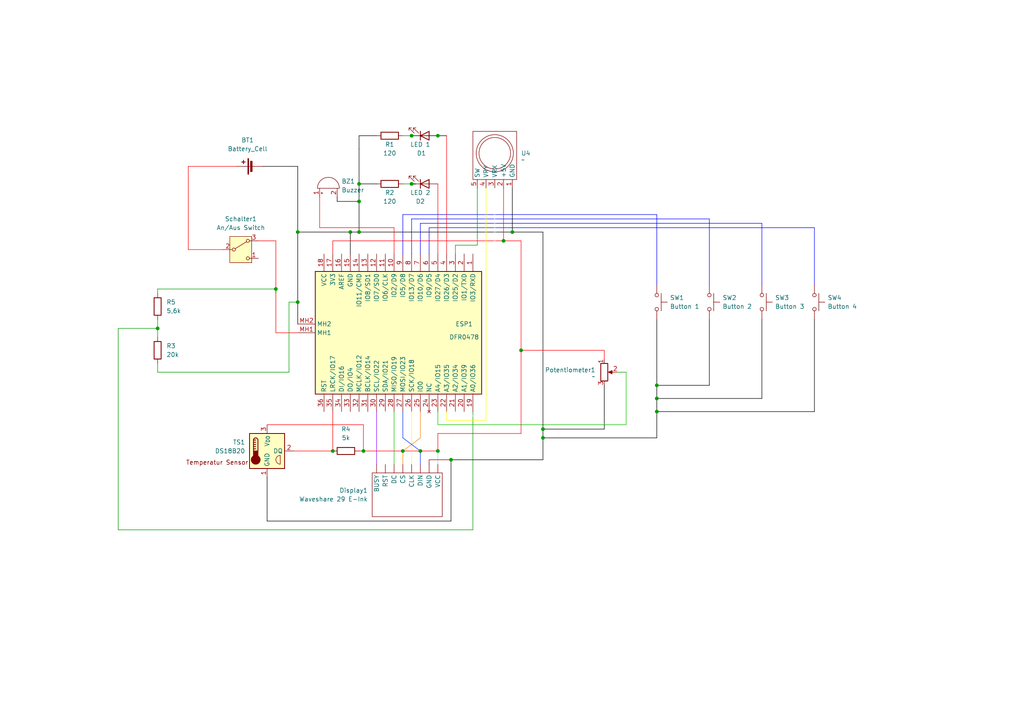
<source format=kicad_sch>
(kicad_sch (version 20231120) (generator "eeschema") (generator_version "8.0")
  (paper "A4")
  (lib_symbols
    (symbol "Custom_Components:Joystick"
      (property "Reference" "U" (at 0 2.54 0))
      (symbol "Joystick_0_1"
        (rectangle (start 0 0) (end 13.97 -12.7))
        (circle (center 7.62 -6.35) (radius 4.5791))
        (circle (center 7.62 -6.35) (radius 5.3882))
      )
      (symbol "Joystick_1_1"
        (pin bidirectional line (at -2.54 -1.27 0) (length 2.54) (name "GND") (number "1"))
        (pin power_in line (at -2.54 -3.81 0) (length 2.54) (name "+5V") (number "2"))
        (pin output line (at -2.54 -6.35 0) (length 2.54) (name "VRX") (number "3"))
        (pin output line (at -2.54 -8.89 0) (length 2.54) (name "VRY") (number "4"))
        (pin output line (at -2.54 -11.43 0) (length 2.54) (name "SW") (number "5"))
      )
    )
    (symbol "Device:Battery_Cell" (pin_numbers hide) (pin_names (offset 0) hide)
      (property "Reference" "BT" (at 2.54 2.54 0))
      (property "Value" "Battery_Cell" (at 2.54 0 0))
      (symbol "Battery_Cell_0_1"
        (rectangle (start -2.286 1.778) (end 2.286 1.524) (fill (type outline)))
        (rectangle (start -1.524 1.016) (end 1.524 0.508) (fill (type outline)))
        (polyline (pts (xy 0 0.762) (xy 0 0)))
        (polyline (pts (xy 0 1.778) (xy 0 2.54)))
        (polyline (pts (xy 0.762 3.048) (xy 1.778 3.048)) (stroke (width 0.254)))
        (polyline (pts (xy 1.27 3.556) (xy 1.27 2.54)) (stroke (width 0.254)))
      )
      (symbol "Battery_Cell_1_1"
        (pin passive line (at 0 5.08 270) (length 2.54) (name "+") (number "1"))
        (pin passive line (at 0 -2.54 90) (length 2.54) (name "-") (number "2"))
      )
    )
    (symbol "Device:Buzzer" (pin_names (offset 0.0254) hide)
      (property "Reference" "BZ" (at 3.81 1.27 0))
      (property "Value" "Buzzer" (at 3.81 -1.27 0))
      (symbol "Buzzer_0_1"
        (arc (start 0 -3.175) (mid 3.1612 0) (end 0 3.175))
        (polyline (pts (xy -1.651 1.905) (xy -1.143 1.905)))
        (polyline (pts (xy -1.397 2.159) (xy -1.397 1.651)))
        (polyline (pts (xy 0 3.175) (xy 0 -3.175)))
      )
      (symbol "Buzzer_1_1"
        (pin passive line (at -2.54 2.54 0) (length 2.54) (name "+") (number "1"))
        (pin passive line (at -2.54 -2.54 0) (length 2.54) (name "-") (number "2"))
      )
    )
    (symbol "Device:LED" (pin_numbers hide) (pin_names (offset 1.016) hide)
      (property "Reference" "D" (at 0 2.54 0))
      (property "Value" "LED" (at 0 -2.54 0))
      (symbol "LED_0_1"
        (polyline (pts (xy -1.27 -1.27) (xy -1.27 1.27)) (stroke (width 0.254)))
        (polyline (pts (xy -1.27 0) (xy 1.27 0)))
        (polyline (pts (xy 1.27 -1.27) (xy 1.27 1.27) (xy -1.27 0) (xy 1.27 -1.27)) (stroke (width 0.254)))
        (polyline (pts (xy -3.048 -0.762) (xy -4.572 -2.286) (xy -3.81 -2.286) (xy -4.572 -2.286) (xy -4.572 -1.524)))
        (polyline (pts (xy -1.778 -0.762) (xy -3.302 -2.286) (xy -2.54 -2.286) (xy -3.302 -2.286) (xy -3.302 -1.524)))
      )
      (symbol "LED_1_1"
        (pin passive line (at -3.81 0 0) (length 2.54) (name "K") (number "1"))
        (pin passive line (at 3.81 0 180) (length 2.54) (name "A") (number "2"))
      )
    )
    (symbol "Device:R" (pin_numbers hide) (pin_names (offset 0))
      (property "Reference" "R" (at 2.032 0 90))
      (property "Value" "R" (at 0 0 90))
      (symbol "R_0_1"
        (rectangle (start -1.016 -2.54) (end 1.016 2.54) (stroke (width 0.254)))
      )
      (symbol "R_1_1"
        (pin passive line (at 0 3.81 270) (length 1.27) (name "~") (number "1"))
        (pin passive line (at 0 -3.81 90) (length 1.27) (name "~") (number "2"))
      )
    )
    (symbol "Device:R_Potentiometer" (pin_names (offset 1.016) hide)
      (property "Reference" "RV" (at -4.445 0 90))
      (property "Value" "R_Potentiometer" (at -2.54 0 90))
      (symbol "R_Potentiometer_0_1"
        (polyline (pts (xy 2.54 0) (xy 1.524 0)))
        (polyline (pts (xy 1.143 0) (xy 2.286 0.508) (xy 2.286 -0.508) (xy 1.143 0)) (fill (type outline)))
        (rectangle (start 1.016 2.54) (end -1.016 -2.54) (stroke (width 0.254)))
      )
      (symbol "R_Potentiometer_1_1"
        (pin passive line (at 0 3.81 270) (length 1.27) (name "1") (number "1"))
        (pin passive line (at 3.81 0 180) (length 1.27) (name "2") (number "2"))
        (pin passive line (at 0 -3.81 90) (length 1.27) (name "3") (number "3"))
      )
    )
    (symbol "Firebeetle:DFR0478"
      (property "Reference" "U1" (at 59.69 6.3186 0))
      (property "Value" "DFR0478" (at 59.69 3.7786 0))
      (symbol "DFR0478_1_1"
        (rectangle (start 5.08 15.24) (end 53.34 -20.32) (stroke (width 0.254)) (fill (type background)))
        (pin passive line (at 50.8 20.32 270) (length 5.08) (name "IO3/RXD") (number "1"))
        (pin passive line (at 27.94 20.32 270) (length 5.08) (name "IO2/D9") (number "10"))
        (pin passive line (at 25.4 20.32 270) (length 5.08) (name "IO6/CLK") (number "11"))
        (pin passive line (at 22.86 20.32 270) (length 5.08) (name "IO7/SD0") (number "12"))
        (pin passive line (at 20.32 20.32 270) (length 5.08) (name "IO8/SD1") (number "13"))
        (pin passive line (at 17.78 20.32 270) (length 5.08) (name "IO11/CMD") (number "14"))
        (pin passive line (at 15.24 20.32 270) (length 5.08) (name "GND") (number "15"))
        (pin passive line (at 12.7 20.32 270) (length 5.08) (name "AREF") (number "16"))
        (pin passive line (at 10.16 20.32 270) (length 5.08) (name "3V3") (number "17"))
        (pin passive line (at 7.62 20.32 270) (length 5.08) (name "VCC") (number "18"))
        (pin passive line (at 50.8 -25.4 90) (length 5.08) (name "A0/IO36") (number "19"))
        (pin passive line (at 48.26 20.32 270) (length 5.08) (name "IO1/TXD") (number "2"))
        (pin passive line (at 48.26 -25.4 90) (length 5.08) (name "A1/IO39") (number "20"))
        (pin passive line (at 45.72 -25.4 90) (length 5.08) (name "A2/IO34") (number "21"))
        (pin passive line (at 43.18 -25.4 90) (length 5.08) (name "A3/IO35") (number "22"))
        (pin passive line (at 40.64 -25.4 90) (length 5.08) (name "A4/IO15") (number "23"))
        (pin no_connect line (at 38.1 -25.4 90) (length 5.08) (name "NC") (number "24"))
        (pin passive line (at 35.56 -25.4 90) (length 5.08) (name "IO0") (number "25"))
        (pin passive line (at 33.02 -25.4 90) (length 5.08) (name "SCK/IO18") (number "26"))
        (pin passive line (at 30.48 -25.4 90) (length 5.08) (name "MOSI/IO23") (number "27"))
        (pin passive line (at 27.94 -25.4 90) (length 5.08) (name "MISO/IO19") (number "28"))
        (pin passive line (at 25.4 -25.4 90) (length 5.08) (name "SDA/IO21") (number "29"))
        (pin passive line (at 45.72 20.32 270) (length 5.08) (name "IO25/D2") (number "3"))
        (pin passive line (at 22.86 -25.4 90) (length 5.08) (name "SCL/IO22") (number "30"))
        (pin passive line (at 20.32 -25.4 90) (length 5.08) (name "BCLK/IO14") (number "31"))
        (pin passive line (at 17.78 -25.4 90) (length 5.08) (name "MCLK/IO12") (number "32"))
        (pin passive line (at 15.24 -25.4 90) (length 5.08) (name "DO/IO4") (number "33"))
        (pin passive line (at 12.7 -25.4 90) (length 5.08) (name "DI/IO16") (number "34"))
        (pin passive line (at 10.16 -25.4 90) (length 5.08) (name "LRCK/IO17") (number "35"))
        (pin passive line (at 7.62 -25.4 90) (length 5.08) (name "RST") (number "36"))
        (pin passive line (at 43.18 20.32 270) (length 5.08) (name "IO26/D3") (number "4"))
        (pin passive line (at 40.64 20.32 270) (length 5.08) (name "IO27/D4") (number "5"))
        (pin passive line (at 38.1 20.32 270) (length 5.08) (name "IO9/D5") (number "6"))
        (pin passive line (at 35.56 20.32 270) (length 5.08) (name "IO10/D6") (number "7"))
        (pin passive line (at 33.02 20.32 270) (length 5.08) (name "IO13/D7") (number "8"))
        (pin passive line (at 30.48 20.32 270) (length 5.08) (name "IO5/D8") (number "9"))
        (pin passive line (at 0 -2.54 0) (length 5.08) (name "MH1") (number "MH1"))
        (pin passive line (at 0 0 0) (length 5.08) (name "MH2") (number "MH2"))
      )
    )
    (symbol "Sensor_Temperature:DS18B20"
      (property "Reference" "TS1" (at -6.35 2.54 0))
      (property "Value" "DS18B20" (at -6.35 0 0))
      (symbol "DS18B20_0_1"
        (rectangle (start -5.08 5.08) (end 5.08 -5.08) (stroke (width 0.254)) (fill (type background)))
        (circle (center -3.302 -2.54) (radius 1.27) (stroke (width 0.254)) (fill (type outline)))
        (rectangle (start -2.667 -1.905) (end -3.937 0) (stroke (width 0.254)) (fill (type outline)))
        (arc (start -2.667 3.175) (mid -3.302 3.8073) (end -3.937 3.175) (stroke (width 0.254)))
        (polyline (pts (xy -3.937 0.635) (xy -3.302 0.635)) (stroke (width 0.254)))
        (polyline (pts (xy -3.937 1.27) (xy -3.302 1.27)) (stroke (width 0.254)))
        (polyline (pts (xy -3.937 1.905) (xy -3.302 1.905)) (stroke (width 0.254)))
        (polyline (pts (xy -3.937 2.54) (xy -3.302 2.54)) (stroke (width 0.254)))
        (polyline (pts (xy -3.937 3.175) (xy -3.937 0)) (stroke (width 0.254)))
        (polyline (pts (xy -3.937 3.175) (xy -3.302 3.175)) (stroke (width 0.254)))
        (polyline (pts (xy -2.667 3.175) (xy -2.667 0)) (stroke (width 0.254)))
        (polyline (pts (xy 3.81 -1.27) (xy 3.81 -3.81)))
        (arc (start 2.54 -2.54) (mid 2.912 -3.438) (end 3.81 -3.81))
        (arc (start 3.81 -1.27) (mid 2.912 -1.642) (end 2.54 -2.54))
      )
      (symbol "DS18B20_1_1"
        (text "Temperatur Sensor\n" (at -14.478 -3.302 0) (effects (font (size 1.27 1.27))))
        (pin power_in line (at 0 -7.62 90) (length 2.54) (name "GND") (number "1"))
        (pin bidirectional line (at 7.62 0 180) (length 2.54) (name "DQ") (number "2"))
        (pin power_in line (at 0 7.62 270) (length 2.54) (name "V_{DD}") (number "3"))
      )
    )
    (symbol "Switch:SW_Nidec_CAS-120A1" (pin_names (offset 1) hide)
      (property "Reference" "SW" (at 0 4.318 0))
      (property "Value" "SW_Nidec_CAS-120A1" (at 0 -5.08 0))
      (symbol "SW_Nidec_CAS-120A1_0_1"
        (circle (center -2.032 0) (radius 0.4572))
        (polyline (pts (xy -1.651 0.254) (xy 1.651 2.286)))
        (circle (center 2.032 -2.54) (radius 0.4572))
        (circle (center 2.032 2.54) (radius 0.4572))
      )
      (symbol "SW_Nidec_CAS-120A1_1_1"
        (rectangle (start -3.175 3.81) (end 3.175 -3.81) (fill (type background)))
        (pin passive line (at 5.08 -2.54 180) (length 2.54) (name "C") (number "1"))
        (pin passive line (at -5.08 0 0) (length 2.54) (name "B") (number "2"))
        (pin passive line (at 5.08 2.54 180) (length 2.54) (name "A") (number "3"))
      )
    )
    (symbol "Switch:SW_Push" (pin_numbers hide) (pin_names (offset 1.016) hide)
      (property "Reference" "SW" (at 1.27 2.54 0))
      (property "Value" "SW_Push" (at 0 -1.524 0))
      (symbol "SW_Push_0_1"
        (circle (center -2.032 0) (radius 0.508))
        (polyline (pts (xy 0 1.27) (xy 0 3.048)))
        (polyline (pts (xy 2.54 1.27) (xy -2.54 1.27)))
        (circle (center 2.032 0) (radius 0.508))
        (pin passive line (at -5.08 0 0) (length 2.54) (name "1") (number "1"))
        (pin passive line (at 5.08 0 180) (length 2.54) (name "2") (number "2"))
      )
    )
    (symbol "waveshare_2.9_1"
      (property "Reference" "U3" (at -3.048 11.938 0))
      (property "Value" "~" (at 1.27 11.43 90))
      (symbol "waveshare_2.9_1_0_1"
        (rectangle (start -6.35 10.16) (end 6.35 -10.16))
      )
      (symbol "waveshare_2.9_1_1_1"
        (pin input line (at -8.89 8.89 0) (length 2.54) (name "BUSY") (number ""))
        (pin input line (at -8.89 -1.27 0) (length 2.54) (name "CLK") (number ""))
        (pin input line (at -8.89 1.27 0) (length 2.54) (name "CS") (number ""))
        (pin input line (at -8.89 3.81 0) (length 2.54) (name "DC") (number ""))
        (pin input line (at -8.89 -3.81 0) (length 2.54) (name "DIN") (number ""))
        (pin input line (at -8.89 -6.35 0) (length 2.54) (name "GND") (number ""))
        (pin input line (at -8.89 6.35 0) (length 2.54) (name "RST") (number ""))
        (pin input line (at -8.89 -8.89 0) (length 2.54) (name "VCC") (number ""))
      )
    )
  )
  (junction (at 127 39.37))
  (junction (at 190.5 111.76))
  (junction (at 157.48 127))
  (junction (at 104.14 67.31))
  (junction (at 116.84 130.81))
  (junction (at 121.92 130.81))
  (junction (at 101.6 67.31))
  (junction (at 105.41 130.81))
  (junction (at 151.13 101.6))
  (junction (at 86.36 87.63))
  (junction (at 86.36 67.31))
  (junction (at 190.5 115.57))
  (junction (at 104.14 58.42))
  (junction (at 45.72 95.25))
  (junction (at 157.48 124.46))
  (junction (at 119.38 39.37))
  (junction (at 104.14 53.34))
  (junction (at 127 130.81))
  (junction (at 190.5 119.38))
  (junction (at 119.38 53.34))
  (junction (at 146.05 69.85))
  (junction (at 148.59 67.31))
  (junction (at 96.52 130.81))
  (junction (at 80.01 83.82))
  (junction (at 130.81 133.35))
  (wire (pts (xy 127 39.37) (xy 129.54 39.37)) (stroke (width 0) (color 0 0 0 1)))
  (wire (pts (xy 127 53.34) (xy 127 73.66)) (stroke (width 0) (color 255 0 6 1)))
  (wire (pts (xy 121.92 130.81) (xy 116.84 127)) (stroke (width 0) (color 0 45 255 1)))
  (wire (pts (xy 105.41 130.81) (xy 105.41 123.19)) (stroke (width 0) (color 255 0 9 1)))
  (wire (pts (xy 116.84 130.81) (xy 121.92 127)) (stroke (width 0) (color 255 135 0 1)))
  (wire (pts (xy 236.22 92.71) (xy 236.22 119.38)) (stroke (width 0) (color 0 0 0 1)))
  (wire (pts (xy 127 125.73) (xy 151.13 125.73)) (stroke (width 0) (color 255 0 9 1)))
  (wire (pts (xy 121.92 130.81) (xy 127 130.81)) (stroke (width 0) (color 255 0 9 1)))
  (wire (pts (xy 190.5 62.23) (xy 190.5 82.55)) (stroke (width 0) (color 0 0 255 1)))
  (wire (pts (xy 80.01 85.09) (xy 80.01 83.82)))
  (wire (pts (xy 105.41 123.19) (xy 77.47 123.19)) (stroke (width 0) (color 255 0 9 1)))
  (wire (pts (xy 127 123.19) (xy 181.61 123.19)) (stroke (width 0) (color 19 191 0 1)))
  (wire (pts (xy 45.72 83.82) (xy 80.01 83.82)))
  (wire (pts (xy 45.72 107.95) (xy 83.82 107.95)))
  (wire (pts (xy 119.38 53.34) (xy 120.65 53.34)) (stroke (width 0) (color 0 0 0 1)))
  (wire (pts (xy 114.3 119.38) (xy 114.3 134.62)) (stroke (width 0) (color 14 193 0 1)))
  (wire (pts (xy 80.01 96.52) (xy 86.36 96.52)) (stroke (width 0) (color 253 0 0 1)))
  (wire (pts (xy 148.59 54.61) (xy 148.59 67.31)) (stroke (width 0) (color 0 0 0 1)))
  (wire (pts (xy 138.43 54.61) (xy 138.43 71.12)))
  (wire (pts (xy 45.72 105.41) (xy 45.72 107.95)))
  (wire (pts (xy 116.84 134.62) (xy 116.84 130.81)) (stroke (width 0) (color 255 135 0 1)))
  (wire (pts (xy 205.74 92.71) (xy 205.74 111.76)) (stroke (width 0) (color 0 0 0 1)))
  (wire (pts (xy 157.48 67.31) (xy 157.48 124.46)) (stroke (width 0) (color 0 0 0 1)))
  (wire (pts (xy 114.3 66.04) (xy 114.3 73.66)) (stroke (width 0) (color 255 0 0 1)))
  (wire (pts (xy 190.5 111.76) (xy 205.74 111.76)) (stroke (width 0) (color 0 0 0 1)))
  (wire (pts (xy 104.14 130.81) (xy 105.41 130.81)) (stroke (width 0) (color 255 0 9 1)))
  (wire (pts (xy 116.84 62.23) (xy 116.84 73.66)) (stroke (width 0) (color 0 0 255 1)))
  (wire (pts (xy 190.5 119.38) (xy 190.5 127)) (stroke (width 0) (color 0 0 0 1)))
  (wire (pts (xy 104.14 58.42) (xy 97.79 58.42)) (stroke (width 0) (color 0 0 0 1)))
  (wire (pts (xy 132.08 119.38) (xy 132.08 120.65)) (stroke (width 0) (color 255 255 255 1)))
  (wire (pts (xy 179.07 107.95) (xy 181.61 107.95)))
  (wire (pts (xy 151.13 101.6) (xy 175.26 101.6)) (stroke (width 0) (color 255 0 9 1)))
  (wire (pts (xy 104.14 53.34) (xy 104.14 58.42)) (stroke (width 0) (color 0 0 0 1)))
  (wire (pts (xy 116.84 127) (xy 116.84 119.38)) (stroke (width 0) (color 0 45 255 1)))
  (wire (pts (xy 220.98 64.77) (xy 220.98 82.55)) (stroke (width 0) (color 0 0 255 1)))
  (wire (pts (xy 124.46 66.04) (xy 124.46 73.66)) (stroke (width 0) (color 0 0 255 1)))
  (wire (pts (xy 109.22 39.37) (xy 104.14 39.37)) (stroke (width 0) (color 5 5 5 1)))
  (wire (pts (xy 119.38 39.37) (xy 116.84 39.37)))
  (wire (pts (xy 190.5 119.38) (xy 236.22 119.38)) (stroke (width 0) (color 0 0 0 1)))
  (wire (pts (xy 86.36 48.26) (xy 86.36 67.31)) (stroke (width 0) (color 0 0 0 1)))
  (wire (pts (xy 132.08 120.65) (xy 143.51 120.65)) (stroke (width 0) (color 255 255 255 1)))
  (wire (pts (xy 104.14 43.18) (xy 104.14 53.34)) (stroke (width 0) (color 0 0 0 1)))
  (wire (pts (xy 205.74 63.5) (xy 205.74 82.55)) (stroke (width 0) (color 0 0 255 1)))
  (wire (pts (xy 104.14 39.37) (xy 104.14 43.18)) (stroke (width 0) (color 5 5 5 1)))
  (wire (pts (xy 129.54 119.38) (xy 129.54 121.92)) (stroke (width 0) (color 254 255 0 1)))
  (wire (pts (xy 92.71 66.04) (xy 114.3 66.04)) (stroke (width 0) (color 255 0 0 1)))
  (wire (pts (xy 116.84 62.23) (xy 190.5 62.23)) (stroke (width 0) (color 0 0 255 1)))
  (wire (pts (xy 124.46 133.35) (xy 124.46 134.62)) (stroke (width 0) (color 144 0 0 1)))
  (wire (pts (xy 80.01 69.85) (xy 80.01 83.82)) (stroke (width 0) (color 253 0 0 1)))
  (wire (pts (xy 130.81 133.35) (xy 124.46 133.35)) (stroke (width 0) (color 144 0 0 1)))
  (wire (pts (xy 101.6 67.31) (xy 101.6 73.66)) (stroke (width 0) (color 0 0 0 1)))
  (wire (pts (xy 127 119.38) (xy 127 123.19)) (stroke (width 0) (color 19 191 0 1)))
  (wire (pts (xy 77.47 151.13) (xy 130.81 151.13)) (stroke (width 0) (color 0 0 0 1)))
  (wire (pts (xy 146.05 69.85) (xy 151.13 69.85)) (stroke (width 0) (color 255 0 9 1)))
  (wire (pts (xy 148.59 67.31) (xy 157.48 67.31)) (stroke (width 0) (color 0 0 0 1)))
  (wire (pts (xy 80.01 83.82) (xy 80.01 96.52)) (stroke (width 0) (color 253 0 0 1)))
  (wire (pts (xy 175.26 111.76) (xy 175.26 124.46)) (stroke (width 0) (color 0 0 0 1)))
  (wire (pts (xy 119.38 53.34) (xy 116.84 53.34)))
  (wire (pts (xy 190.5 127) (xy 157.48 127)) (stroke (width 0) (color 0 0 0 1)))
  (wire (pts (xy 175.26 101.6) (xy 175.26 104.14)) (stroke (width 0) (color 255 0 9 1)))
  (wire (pts (xy 45.72 92.71) (xy 45.72 95.25)))
  (wire (pts (xy 190.5 92.71) (xy 190.5 111.76)) (stroke (width 0) (color 0 0 0 1)))
  (wire (pts (xy 92.71 57.15) (xy 92.71 66.04)) (stroke (width 0) (color 255 0 0 1)))
  (wire (pts (xy 104.14 67.31) (xy 148.59 67.31)) (stroke (width 0) (color 0 0 0 1)))
  (wire (pts (xy 119.38 63.5) (xy 205.74 63.5)) (stroke (width 0) (color 0 0 255 1)))
  (wire (pts (xy 83.82 107.95) (xy 83.82 87.63)))
  (wire (pts (xy 96.52 69.85) (xy 146.05 69.85)) (stroke (width 0) (color 255 0 9 1)))
  (wire (pts (xy 45.72 83.82) (xy 45.72 85.09)))
  (wire (pts (xy 143.51 54.61) (xy 143.51 120.65)) (stroke (width 0) (color 255 255 255 1)))
  (wire (pts (xy 105.41 130.81) (xy 116.84 130.81)) (stroke (width 0) (color 255 0 9 1)))
  (wire (pts (xy 132.08 71.12) (xy 132.08 73.66)))
  (wire (pts (xy 138.43 71.12) (xy 132.08 71.12)))
  (wire (pts (xy 86.36 67.31) (xy 86.36 87.63)) (stroke (width 0) (color 0 0 0 1)))
  (wire (pts (xy 157.48 127) (xy 157.48 133.35)) (stroke (width 0) (color 0 0 0 1)))
  (wire (pts (xy 34.29 153.67) (xy 34.29 95.25)))
  (wire (pts (xy 116.84 130.81) (xy 121.92 130.81)) (stroke (width 0) (color 255 0 9 1)))
  (wire (pts (xy 96.52 69.85) (xy 96.52 73.66)) (stroke (width 0) (color 255 0 9 1)))
  (wire (pts (xy 157.48 124.46) (xy 175.26 124.46)) (stroke (width 0) (color 0 0 0 1)))
  (wire (pts (xy 68.58 48.26) (xy 54.61 48.26)) (stroke (width 0) (color 249 0 0 1)))
  (wire (pts (xy 127 130.81) (xy 127 134.62)) (stroke (width 0) (color 190 190 190 1)))
  (wire (pts (xy 109.22 119.38) (xy 109.22 134.62)) (stroke (width 0) (color 140 0 255 1)))
  (wire (pts (xy 127 125.73) (xy 127 130.81)) (stroke (width 0) (color 255 0 9 1)))
  (wire (pts (xy 54.61 72.39) (xy 64.77 72.39)) (stroke (width 0) (color 249 0 0 1)))
  (wire (pts (xy 111.76 119.38) (xy 111.76 134.62)) (stroke (width 0) (color 255 255 255 1)))
  (wire (pts (xy 96.52 119.38) (xy 96.52 130.81)) (stroke (width 0) (color 255 0 0 1)))
  (wire (pts (xy 121.92 127) (xy 121.92 119.38)) (stroke (width 0) (color 255 135 0 1)))
  (wire (pts (xy 137.16 119.38) (xy 137.16 153.67)))
  (wire (pts (xy 77.47 138.43) (xy 77.47 151.13)) (stroke (width 0) (color 0 0 0 1)))
  (wire (pts (xy 151.13 101.6) (xy 151.13 125.73)) (stroke (width 0) (color 255 0 9 1)))
  (wire (pts (xy 121.92 130.81) (xy 121.92 134.62)) (stroke (width 0) (color 0 45 255 1)))
  (wire (pts (xy 101.6 67.31) (xy 104.14 67.31)) (stroke (width 0) (color 0 0 0 1)))
  (wire (pts (xy 97.79 57.15) (xy 97.79 58.42)) (stroke (width 0) (color 0 0 0 1)))
  (wire (pts (xy 130.81 133.35) (xy 130.81 151.13)) (stroke (width 0) (color 0 0 0 1)))
  (wire (pts (xy 236.22 66.04) (xy 236.22 82.55)) (stroke (width 0) (color 0 0 255 1)))
  (wire (pts (xy 137.16 153.67) (xy 34.29 153.67)))
  (wire (pts (xy 220.98 92.71) (xy 220.98 115.57)) (stroke (width 0) (color 0 0 0 1)))
  (wire (pts (xy 190.5 115.57) (xy 190.5 119.38)) (stroke (width 0) (color 0 0 0 1)))
  (wire (pts (xy 140.97 54.61) (xy 140.97 121.92)) (stroke (width 0) (color 254 255 0 1)))
  (wire (pts (xy 151.13 69.85) (xy 151.13 101.6)) (stroke (width 0) (color 255 0 9 1)))
  (wire (pts (xy 124.46 66.04) (xy 236.22 66.04)) (stroke (width 0) (color 0 0 255 1)))
  (wire (pts (xy 119.38 119.38) (xy 119.38 134.62)) (stroke (width 0) (color 255 255 0 1)))
  (wire (pts (xy 119.38 39.37) (xy 127 39.37)) (stroke (width 0) (color 0 0 0 1)))
  (wire (pts (xy 121.92 64.77) (xy 220.98 64.77)) (stroke (width 0) (color 0 0 255 1)))
  (wire (pts (xy 129.54 39.37) (xy 129.54 73.66)) (stroke (width 0) (color 255 0 6 1)))
  (wire (pts (xy 129.54 121.92) (xy 140.97 121.92)) (stroke (width 0) (color 254 255 0 1)))
  (wire (pts (xy 104.14 58.42) (xy 104.14 67.31)) (stroke (width 0) (color 0 0 0 1)))
  (wire (pts (xy 45.72 95.25) (xy 45.72 97.79)))
  (wire (pts (xy 83.82 87.63) (xy 86.36 87.63)))
  (wire (pts (xy 220.98 115.57) (xy 190.5 115.57)) (stroke (width 0) (color 0 0 0 1)))
  (wire (pts (xy 86.36 87.63) (xy 86.36 93.98)) (stroke (width 0) (color 0 0 0 1)))
  (wire (pts (xy 157.48 133.35) (xy 130.81 133.35)) (stroke (width 0) (color 0 0 0 1)))
  (wire (pts (xy 181.61 107.95) (xy 181.61 123.19)) (stroke (width 0) (color 19 191 0 1)))
  (wire (pts (xy 119.38 63.5) (xy 119.38 73.66)) (stroke (width 0) (color 0 0 255 1)))
  (wire (pts (xy 34.29 95.25) (xy 45.72 95.25)))
  (wire (pts (xy 74.93 69.85) (xy 80.01 69.85)) (stroke (width 0) (color 253 0 0 1)))
  (wire (pts (xy 86.36 67.31) (xy 101.6 67.31)) (stroke (width 0) (color 0 0 0 1)))
  (wire (pts (xy 121.92 64.77) (xy 121.92 73.66)) (stroke (width 0) (color 0 0 255 1)))
  (wire (pts (xy 85.09 130.81) (xy 96.52 130.81)) (stroke (width 0) (color 255 0 0 1)))
  (wire (pts (xy 86.36 48.26) (xy 76.2 48.26)) (stroke (width 0) (color 0 0 0 1)))
  (wire (pts (xy 157.48 124.46) (xy 157.48 127)) (stroke (width 0) (color 0 0 0 1)))
  (wire (pts (xy 190.5 111.76) (xy 190.5 115.57)) (stroke (width 0) (color 0 0 0 1)))
  (wire (pts (xy 146.05 54.61) (xy 146.05 69.85)) (stroke (width 0) (color 255 0 9 1)))
  (wire (pts (xy 109.22 53.34) (xy 104.14 53.34)) (stroke (width 0) (color 0 0 0 1)))
  (wire (pts (xy 54.61 48.26) (xy 54.61 72.39)) (stroke (width 0) (color 249 0 0 1)))
  (symbol (lib_id "Device:LED") (at 123.19 39.37 0) (mirror x) (unit 1)
    (property "Reference" "D1" (at 122.2375 44.45 0))
    (property "Value" "LED 1" (at 121.92 41.91 0))
    (property "Description" "Light emitting diode" (effects (hide yes)))
  )
  (symbol (lib_id "Device:LED") (at 123.19 53.34 0) (mirror x) (unit 1)
    (property "Reference" "D2" (at 121.92 58.42 0))
    (property "Value" "LED 2" (at 121.92 55.88 0))
    (property "Description" "Light emitting diode" (effects (hide yes)))
  )
  (symbol (lib_id "Device:R") (at 113.03 39.37 270) (unit 1)
    (property "Reference" "R1" (at 113.03 41.91 90))
    (property "Value" "120" (at 113.03 44.45 90))
    (property "Description" "Resistor" (effects (hide yes)))
  )
  (symbol (lib_id "Switch:SW_Nidec_CAS-120A1") (at 69.85 72.39 0) (unit 1)
    (property "Reference" "Schalter1" (at 69.85 63.5 0))
    (property "Value" "An/Aus Switch" (at 69.85 66.04 0))
    (property "Footprint" "Button_Switch_SMD:Nidec_Copal_CAS-120A" (effects (hide yes)))
    (property "Datasheet" "https://www.nidec-components.com/e/catalog/switch/cas.pdf" (effects (hide yes)))
    (property "Description" "Switch, single pole double throw" (effects (hide yes)))
  )
  (symbol (lib_id "Switch:SW_Push") (at 220.98 87.63 270) (unit 1)
    (property "Reference" "SW3" (at 224.79 86.3599 90) (effects (justify left)))
    (property "Value" "Button 3" (at 224.79 88.8999 90) (effects (justify left)))
    (property "Description" "Push button switch, generic, two pins" (effects (hide yes)))
  )
  (symbol (lib_id "Switch:SW_Push") (at 205.74 87.63 270) (unit 1)
    (property "Reference" "SW2" (at 209.55 86.3599 90) (effects (justify left)))
    (property "Value" "Button 2" (at 209.55 88.8999 90) (effects (justify left)))
    (property "Description" "Push button switch, generic, two pins" (effects (hide yes)))
  )
  (symbol (lib_id "Device:R") (at 45.72 88.9 0) (unit 1)
    (property "Reference" "R5" (at 48.26 87.6299 0) (effects (justify left)))
    (property "Value" "5,6k" (at 48.26 90.1699 0) (effects (justify left)))
    (property "Description" "Resistor" (effects (hide yes)))
  )
  (symbol (lib_id "Switch:SW_Push") (at 190.5 87.63 270) (unit 1)
    (property "Reference" "SW1" (at 194.31 86.3599 90) (effects (justify left)))
    (property "Value" "Button 1" (at 194.31 88.8999 90) (effects (justify left)))
    (property "Description" "Push button switch, generic, two pins" (effects (hide yes)))
  )
  (symbol (lib_name "waveshare_2.9_1") (lib_id "video:waveshare_2.9") (at 118.11 143.51 90) (mirror x) (unit 1)
    (property "Reference" "Display1" (at 106.68 142.24 90) (effects (justify left)))
    (property "Value" "Waveshare 29 E-Ink" (at 106.68 144.78 90) (effects (justify left)))
  )
  (symbol (lib_id "Device:Battery_Cell") (at 73.66 48.26 90) (unit 1)
    (property "Reference" "BT1" (at 71.8185 40.64 90))
    (property "Value" "Battery_Cell" (at 71.8185 43.18 90))
    (property "Datasheet" "~" (at 72.136 48.26 90))
    (property "Description" "Single-cell battery" (effects (hide yes)))
    (property "Sim.Device" "V" (effects (hide yes)))
    (property "Sim.Type" "DC" (effects (hide yes)))
    (property "Sim.Pins" "1=+ 2=-" (effects (hide yes)))
    (property "Sim.Params" "dc=4.2" (effects (hide yes)))
  )
  (symbol (lib_id "Sensor_Temperature:DS18B20") (at 77.47 130.81 0) (unit 1)
    (property "Reference" "TS1" (at 71.12 128.27 0) (effects (justify right)))
    (property "Value" "DS18B20" (at 71.12 130.81 0) (effects (justify right)))
    (property "Footprint" "Package_TO_SOT_THT:TO-92_Inline" (effects (hide yes)))
    (property "Datasheet" "http://datasheets.maximintegrated.com/en/ds/DS18B20.pdf" (effects (hide yes)))
    (property "Description" "Programmable Resolution 1-Wire Digital Thermometer TO-92" (effects (hide yes)))
  )
  (symbol (lib_id "Device:R") (at 100.33 130.81 90) (unit 1)
    (property "Reference" "R4" (at 100.33 124.46 90))
    (property "Value" "5k" (at 100.33 127 90))
    (property "Description" "Resistor" (effects (hide yes)))
  )
  (symbol (lib_id "Firebeetle:DFR0478") (at 86.36 93.98 0) (unit 1)
    (property "Reference" "ESP1" (at 134.62 93.98 0))
    (property "Value" "DFR0478" (at 134.62 97.79 0))
    (property "Footprint" "FIREBEETLE_ESP32" (effects (hide yes)))
    (property "Datasheet" "https://datasheet.datasheetarchive.com/originals/distributors/DKDS-1/13356.pdf" (effects (hide yes)))
    (property "Description" "Development Boards & Kits - Wireless FireBeetle ESP32 IOT MCU" (effects (hide yes)))
    (property "Manufacturer_Name" "DFRobot" (effects (hide yes)))
    (property "Manufacturer_Part_Number" "DFR0478" (effects (hide yes)))
    (property "Mouser Part Number" "426-DFR0478" (effects (hide yes)))
    (property "Mouser Price/Stock" "https://www.mouser.co.uk/ProductDetail/DFRobot/DFR0478?qs=EU6FO9ffTwc%252BR65h2NUGQw%3D%3D" (effects (hide yes)))
    (property "Arrow Part Number" "DFR0478" (effects (hide yes)))
    (property "Arrow Price/Stock" "https://www.arrow.com/en/products/dfr0478/dfrobot?region=nac" (effects (hide yes)))
  )
  (symbol (lib_id "Switch:SW_Push") (at 236.22 87.63 270) (unit 1)
    (property "Reference" "SW4" (at 240.03 86.3599 90) (effects (justify left)))
    (property "Value" "Button 4" (at 240.03 88.8999 90) (effects (justify left)))
    (property "Description" "Push button switch, generic, two pins" (effects (hide yes)))
  )
  (symbol (lib_id "Device:R") (at 113.03 53.34 270) (unit 1)
    (property "Reference" "R2" (at 113.03 55.88 90))
    (property "Value" "120" (at 113.03 58.42 90))
    (property "Description" "Resistor" (effects (hide yes)))
  )
  (symbol (lib_id "Custom_Components:Joystick") (at 149.86 52.07 270) (mirror x) (unit 1)
    (property "Reference" "U4" (at 151.13 44.4499 90) (effects (justify left)))
    (property "Value" "~" (at 151.13 46.355 90) (effects (justify left)))
  )
  (symbol (lib_id "Device:R") (at 45.72 101.6 0) (unit 1)
    (property "Reference" "R3" (at 48.26 100.3299 0) (effects (justify left)))
    (property "Value" "20k" (at 48.26 102.8699 0) (effects (justify left)))
    (property "Description" "Resistor" (effects (hide yes)))
  )
  (symbol (lib_id "Device:Buzzer") (at 95.25 54.61 90) (unit 1)
    (property "Reference" "BZ1" (at 99.06 52.5848 90) (effects (justify right)))
    (property "Value" "Buzzer" (at 99.06 55.1248 90) (effects (justify right)))
    (property "Description" "Buzzer, polarized" (effects (hide yes)))
  )
  (symbol (lib_id "Device:R_Potentiometer") (at 175.26 107.95 0) (unit 1)
    (property "Reference" "Potentiometer1" (at 172.72 107.3149 0) (effects (justify right)))
    (property "Value" "~" (at 172.72 109.22 0) (effects (justify right)))
    (property "Description" "Potentiometer" (effects (hide yes)))
  )
)
</source>
